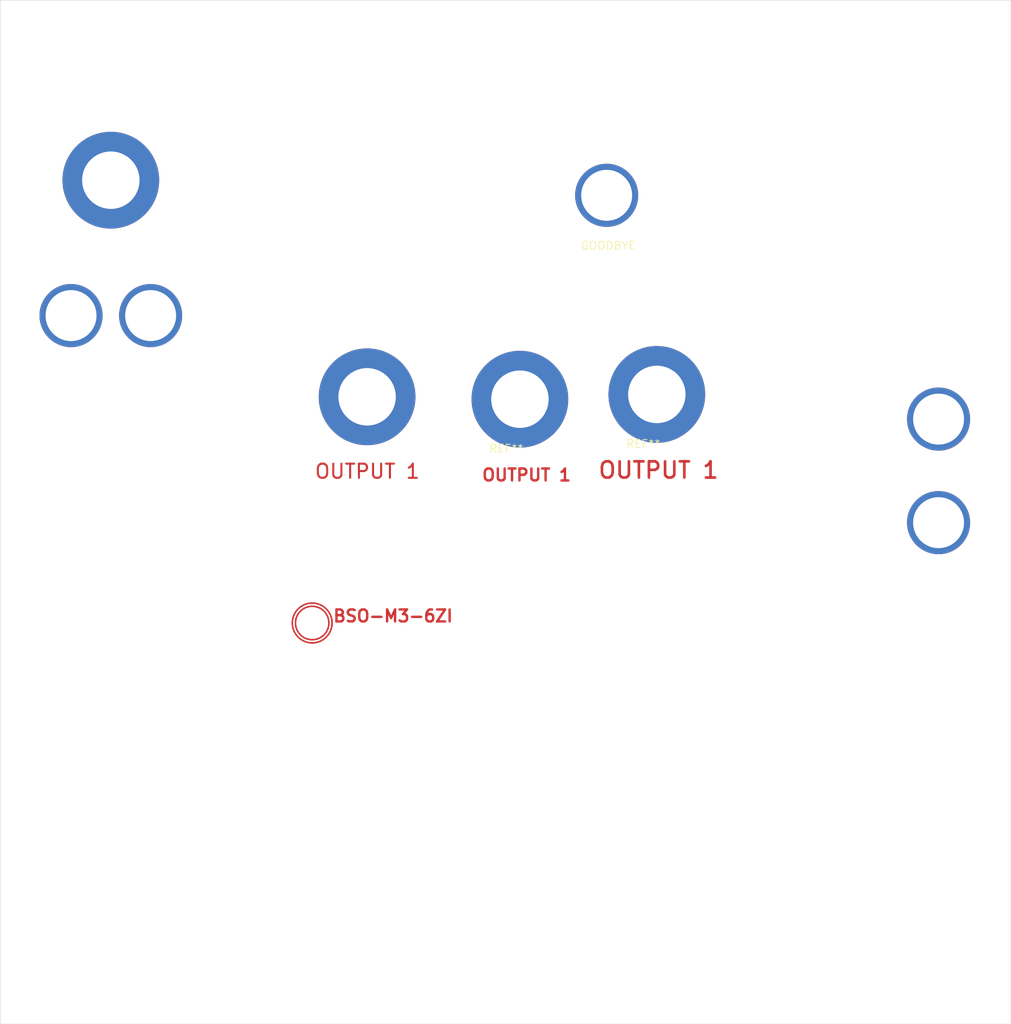
<source format=kicad_pcb>
(kicad_pcb (version 20240108) (generator "pcbnew") (generator_version "8.0")
  (layers (0 "F.Cu" signal) (31 "B.Cu" signal) (34 "B.Paste" user) (35 "F.Paste" user) (36 "B.SilkS" user "B.Silkscreen") (37 "F.SilkS" user "F.Silkscreen") (38 "B.Mask" user) (39 "F.Mask" user) (44 "Edge.Cuts" user))
  (net 0 "")
  (footprint "synthesis:PANEL_KNOB_SPECTRUM_SMALL" (layer "F.Cu") (at 52 48)
    (property "Reference" "REF**" (at 0 -0.5 0) (layer "F.SilkS") (effects (font (thickness 0.1))))
    (property "Value" "PANEL_KNOB_SPECTRUM_SMALL")
    (pad "" thru_hole circle (at 0 0) (size 12.15 12.15) (drill 7.2136) (layers "*.Cu" "*.Mask"))
  )
  (footprint "synthesis:thonkiconn_panel" (layer "F.Cu") (at 57 65)
    (property "Reference" "REF**" (at 0 -0.5 0) (layer "F.SilkS") (effects (font (thickness 0.1))))
    (property "Value" "thonkiconn_panel" (hide yes))
    (pad "" thru_hole circle (at 0 0) (size 7.9248 7.9248) (drill 6.4008) (layers "*.Cu" "*.Mask"))
  )
  (footprint "0_synthesis_panel:PANEL_KNOB_SPECTRUM_SMALL" (layer "F.Cu") (at 84.2 75.2)
    (property "Reference" "REF**" (at 0 -0.5 0) (layer "F.SilkS") (effects (font (thickness 0.1))))
    (property "Value" "PANEL_KNOB_SPECTRUM_SMALL")
    (pad "" thru_hole circle (at 0 0) (size 12.15 12.15) (drill 7.2136) (layers "*.Cu" "*.Mask"))
  )
  (footprint "0_synthesis_panel:PANEL_THONKICONN" (layer "F.Cu") (at 114.3 49.9)
    (property "Reference" "REF**" (at 0 -0.5 0) (layer "F.SilkS") (effects (font (thickness 0.1))))
    (property "Value" "PANEL_THONKICONN" (hide yes))
    (fp_text user "GOODBYE" (at -3.3 6.9 0) (layer "F.SilkS") (effects (font (thickness 0.1)) (justify left bottom)))
    (pad "" thru_hole circle (at 0 0) (size 7.9248 7.9248) (drill 6.4008) (layers "*.Cu" "*.Mask"))
  )
  (footprint "0_synthesis_panel:PANEL_KNOB_SPECTRUM_SMALL" (layer "F.Cu") (at 120.6 74.9)
    (property "Reference" "REF**" (at -1.7 6.2 0) (layer "F.SilkS") (effects (font (thickness 0.1))))
    (property "Value" "PANEL_KNOB_SPECTRUM_SMALL")
    (pad "" thru_hole circle (at 0 0) (size 12.15 12.15) (drill 7.2136) (layers "*.Cu" "*.Mask"))
  )
  (footprint "0_synthesis_panel:PANEL_KNOB_SPECTRUM_SMALL" (layer "F.Cu") (at 103.4 75.5)
    (property "Reference" "REF**" (at -1.7 6.2 0) (layer "F.SilkS") (effects (font (thickness 0.1))))
    (property "Value" "PANEL_KNOB_SPECTRUM_SMALL")
    (pad "" thru_hole circle (at 0 0) (size 12.15 12.15) (drill 7.2136) (layers "*.Cu" "*.Mask"))
  )
  (footprint "synthesis:thonkiconn_panel" (layer "F.Cu") (at 156 78)
    (property "Reference" "REF**" (at 0 -0.5 0) (layer "F.SilkS") (effects (font (thickness 0.1))))
    (property "Value" "thonkiconn_panel" (hide yes))
    (pad "" thru_hole circle (at 0 0) (size 7.9248 7.9248) (drill 6.4008) (layers "*.Cu" "*.Mask"))
  )
  (footprint "synthesis:thonkiconn_panel" (layer "F.Cu") (at 47 65)
    (property "Reference" "REF**" (at 0 -0.5 0) (layer "F.SilkS") (effects (font (thickness 0.1))))
    (property "Value" "thonkiconn_panel" (hide yes))
    (pad "" thru_hole circle (at 0 0) (size 7.9248 7.9248) (drill 6.4008) (layers "*.Cu" "*.Mask"))
  )
  (footprint "synthesis:thonkiconn_panel" (layer "F.Cu") (at 156 91)
    (property "Reference" "REF**" (at 0 -0.5 0) (layer "F.SilkS") (effects (font (thickness 0.1))))
    (property "Value" "thonkiconn_panel" (hide yes))
    (pad "" thru_hole circle (at 0 0) (size 7.9248 7.9248) (drill 6.4008) (layers "*.Cu" "*.Mask"))
  )
  (gr_circle (center 77.3 103.6) (end 77.3 106.1) (stroke (width 0.2)) (fill none) (layer "F.Cu"))
  (gr_circle (center 77.3 103.6) (end 77.3 101.5) (stroke (width 0.2)) (fill none) (layer "F.Cu"))
  (gr_rect (start 38.1 25.4) (end 165.1 153.924) (stroke (width 0.05)) (fill none) (layer "Edge.Cuts"))
  (gr_text "OUTPUT 1" (at 77.5 85.6 0) (layer "F.Cu") (effects (font (size 1.778 1.778) (thickness 0.254)) (justify left bottom)))
  (gr_text "BSO-M3-6ZI" (at 79.8 103.6 0) (layer "F.Cu") (effects (font (size 1.5 1.5) (thickness 0.3) (bold yes)) (justify left bottom)))
  (gr_text "OUTPUT 1" (at 113.1 85.6 0) (layer "F.Cu") (effects (font (size 2.032 2.032) (thickness 0.3302)) (justify left bottom)))
  (gr_text "OUTPUT 1" (at 98.5 85.9 0) (layer "F.Cu") (effects (font (size 1.5 1.5) (thickness 0.3) (bold yes)) (justify left bottom)))
)
</source>
